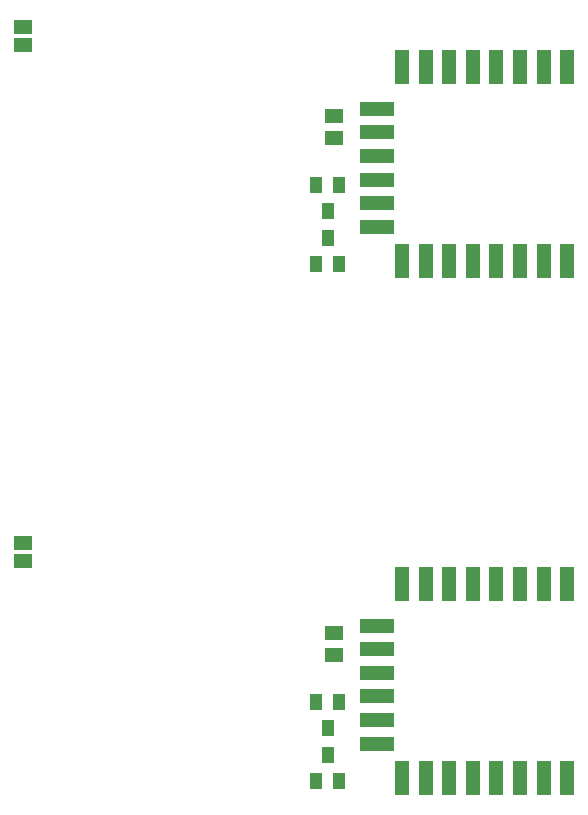
<source format=gbr>
G04 EAGLE Gerber RS-274X export*
G75*
%MOMM*%
%FSLAX34Y34*%
%LPD*%
%INSolderpaste Top*%
%IPPOS*%
%AMOC8*
5,1,8,0,0,1.08239X$1,22.5*%
G01*
%ADD10R,1.500000X1.300000*%
%ADD11R,1.000000X1.400000*%
%ADD12R,1.200000X3.000000*%
%ADD13R,3.000000X1.200000*%
%ADD14R,1.600200X1.168400*%


D10*
X352500Y130500D03*
X352500Y149500D03*
D11*
X347500Y46000D03*
X357000Y24000D03*
X338000Y24000D03*
D12*
X550500Y190500D03*
X530500Y190500D03*
X510500Y190500D03*
X490500Y190500D03*
X470500Y190500D03*
X450500Y190500D03*
X430500Y190500D03*
X410500Y190500D03*
X550500Y26500D03*
X530500Y26500D03*
X490500Y26500D03*
X510500Y26500D03*
X470500Y26500D03*
X450500Y26500D03*
X430500Y26500D03*
X410500Y26500D03*
D13*
X389500Y75500D03*
X389500Y95500D03*
X389500Y115500D03*
X389500Y135500D03*
X389500Y155500D03*
X389500Y55500D03*
D11*
X347500Y69000D03*
X338000Y91000D03*
X357000Y91000D03*
D14*
X90000Y225120D03*
X90000Y209880D03*
D10*
X352500Y568000D03*
X352500Y587000D03*
D11*
X347500Y483500D03*
X357000Y461500D03*
X338000Y461500D03*
D12*
X550500Y628000D03*
X530500Y628000D03*
X510500Y628000D03*
X490500Y628000D03*
X470500Y628000D03*
X450500Y628000D03*
X430500Y628000D03*
X410500Y628000D03*
X550500Y464000D03*
X530500Y464000D03*
X490500Y464000D03*
X510500Y464000D03*
X470500Y464000D03*
X450500Y464000D03*
X430500Y464000D03*
X410500Y464000D03*
D13*
X389500Y513000D03*
X389500Y533000D03*
X389500Y553000D03*
X389500Y573000D03*
X389500Y593000D03*
X389500Y493000D03*
D11*
X347500Y506500D03*
X338000Y528500D03*
X357000Y528500D03*
D14*
X90000Y662620D03*
X90000Y647380D03*
M02*

</source>
